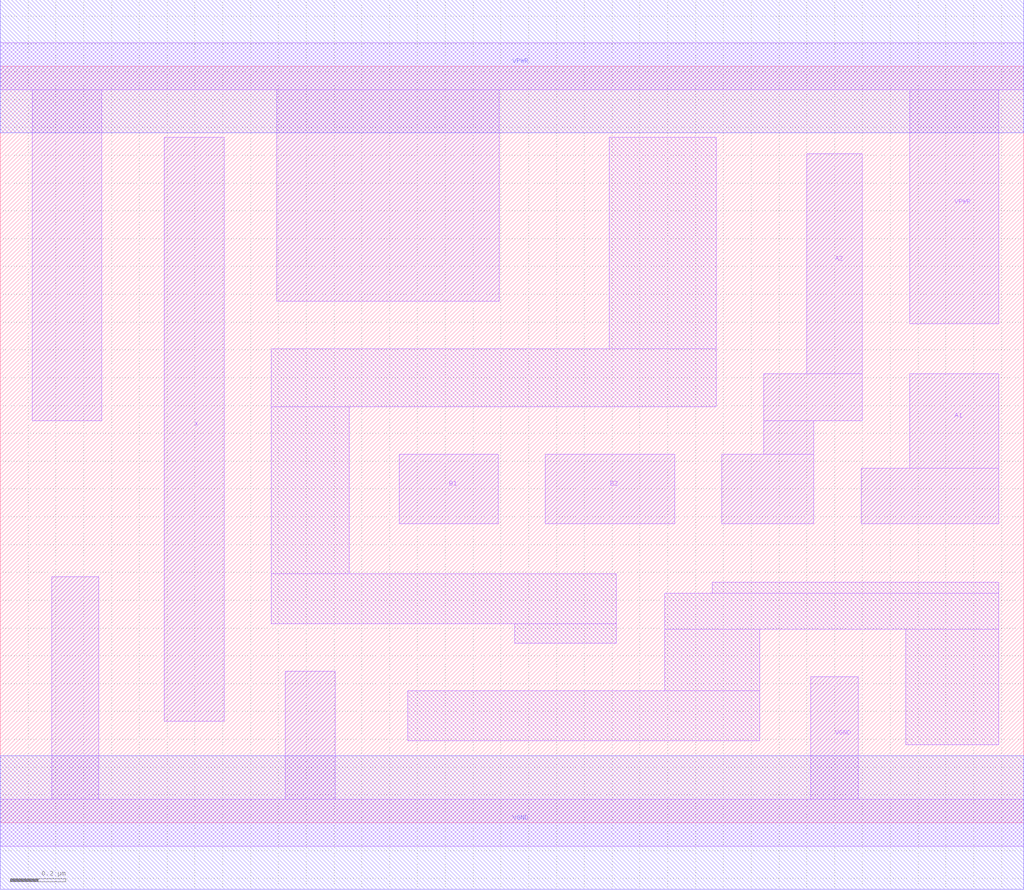
<source format=lef>
# Copyright 2020 The SkyWater PDK Authors
#
# Licensed under the Apache License, Version 2.0 (the "License");
# you may not use this file except in compliance with the License.
# You may obtain a copy of the License at
#
#     https://www.apache.org/licenses/LICENSE-2.0
#
# Unless required by applicable law or agreed to in writing, software
# distributed under the License is distributed on an "AS IS" BASIS,
# WITHOUT WARRANTIES OR CONDITIONS OF ANY KIND, either express or implied.
# See the License for the specific language governing permissions and
# limitations under the License.
#
# SPDX-License-Identifier: Apache-2.0

VERSION 5.5 ;
NAMESCASESENSITIVE ON ;
BUSBITCHARS "[]" ;
DIVIDERCHAR "/" ;
MACRO sky130_fd_sc_hd__o22a_2
  CLASS CORE ;
  SOURCE USER ;
  ORIGIN  0.000000  0.000000 ;
  SIZE  3.680000 BY  2.720000 ;
  SYMMETRY X Y R90 ;
  SITE unithd ;
  PIN A1
    ANTENNAGATEAREA  0.247500 ;
    DIRECTION INPUT ;
    USE SIGNAL ;
    PORT
      LAYER li1 ;
        RECT 3.095000 1.075000 3.590000 1.275000 ;
        RECT 3.270000 1.275000 3.590000 1.615000 ;
    END
  END A1
  PIN A2
    ANTENNAGATEAREA  0.247500 ;
    DIRECTION INPUT ;
    USE SIGNAL ;
    PORT
      LAYER li1 ;
        RECT 2.595000 1.075000 2.925000 1.325000 ;
        RECT 2.745000 1.325000 2.925000 1.445000 ;
        RECT 2.745000 1.445000 3.100000 1.615000 ;
        RECT 2.900000 1.615000 3.100000 2.405000 ;
    END
  END A2
  PIN B1
    ANTENNAGATEAREA  0.247500 ;
    DIRECTION INPUT ;
    USE SIGNAL ;
    PORT
      LAYER li1 ;
        RECT 1.435000 1.075000 1.790000 1.325000 ;
    END
  END B1
  PIN B2
    ANTENNAGATEAREA  0.247500 ;
    DIRECTION INPUT ;
    USE SIGNAL ;
    PORT
      LAYER li1 ;
        RECT 1.960000 1.075000 2.425000 1.325000 ;
    END
  END B2
  PIN X
    ANTENNADIFFAREA  0.445500 ;
    DIRECTION OUTPUT ;
    USE SIGNAL ;
    PORT
      LAYER li1 ;
        RECT 0.590000 0.365000 0.805000 2.465000 ;
    END
  END X
  PIN VGND
    DIRECTION INOUT ;
    SHAPE ABUTMENT ;
    USE GROUND ;
    PORT
      LAYER li1 ;
        RECT 0.000000 -0.085000 3.680000 0.085000 ;
        RECT 0.185000  0.085000 0.355000 0.885000 ;
        RECT 1.025000  0.085000 1.205000 0.545000 ;
        RECT 2.915000  0.085000 3.085000 0.525000 ;
    END
    PORT
      LAYER met1 ;
        RECT 0.000000 -0.240000 3.680000 0.240000 ;
    END
  END VGND
  PIN VPWR
    DIRECTION INOUT ;
    SHAPE ABUTMENT ;
    USE POWER ;
    PORT
      LAYER li1 ;
        RECT 0.000000 2.635000 3.680000 2.805000 ;
        RECT 0.115000 1.445000 0.365000 2.635000 ;
        RECT 0.995000 1.875000 1.795000 2.635000 ;
        RECT 3.270000 1.795000 3.590000 2.635000 ;
    END
    PORT
      LAYER met1 ;
        RECT 0.000000 2.480000 3.680000 2.960000 ;
    END
  END VPWR
  OBS
    LAYER li1 ;
      RECT 0.975000 0.715000 2.215000 0.895000 ;
      RECT 0.975000 0.895000 1.255000 1.495000 ;
      RECT 0.975000 1.495000 2.575000 1.705000 ;
      RECT 1.465000 0.295000 2.730000 0.475000 ;
      RECT 1.850000 0.645000 2.215000 0.715000 ;
      RECT 2.190000 1.705000 2.575000 2.465000 ;
      RECT 2.390000 0.475000 2.730000 0.695000 ;
      RECT 2.390000 0.695000 3.590000 0.825000 ;
      RECT 2.560000 0.825000 3.590000 0.865000 ;
      RECT 3.255000 0.280000 3.590000 0.695000 ;
  END
END sky130_fd_sc_hd__o22a_2
END LIBRARY

</source>
